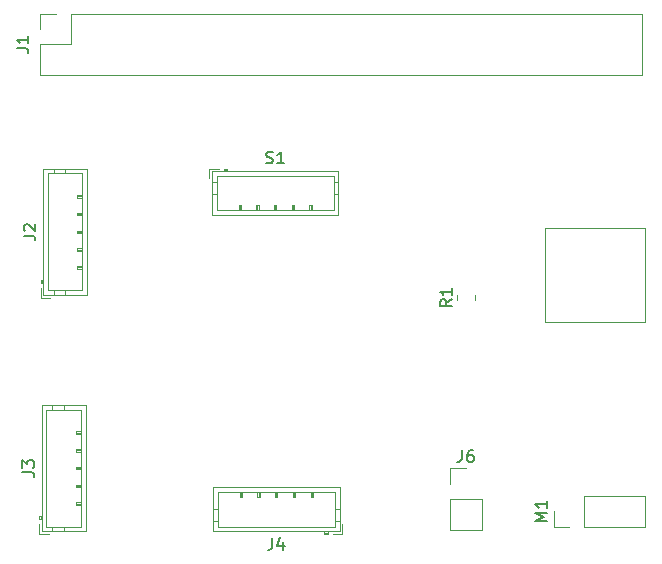
<source format=gbr>
%TF.GenerationSoftware,KiCad,Pcbnew,8.0.1*%
%TF.CreationDate,2024-09-05T17:17:53+09:00*%
%TF.ProjectId,Test2,54657374-322e-46b6-9963-61645f706362,rev?*%
%TF.SameCoordinates,Original*%
%TF.FileFunction,Legend,Top*%
%TF.FilePolarity,Positive*%
%FSLAX46Y46*%
G04 Gerber Fmt 4.6, Leading zero omitted, Abs format (unit mm)*
G04 Created by KiCad (PCBNEW 8.0.1) date 2024-09-05 17:17:53*
%MOMM*%
%LPD*%
G01*
G04 APERTURE LIST*
%ADD10C,0.150000*%
%ADD11C,0.120000*%
%ADD12C,0.100000*%
G04 APERTURE END LIST*
D10*
X131466666Y-122724819D02*
X131466666Y-123439104D01*
X131466666Y-123439104D02*
X131419047Y-123581961D01*
X131419047Y-123581961D02*
X131323809Y-123677200D01*
X131323809Y-123677200D02*
X131180952Y-123724819D01*
X131180952Y-123724819D02*
X131085714Y-123724819D01*
X132371428Y-122724819D02*
X132180952Y-122724819D01*
X132180952Y-122724819D02*
X132085714Y-122772438D01*
X132085714Y-122772438D02*
X132038095Y-122820057D01*
X132038095Y-122820057D02*
X131942857Y-122962914D01*
X131942857Y-122962914D02*
X131895238Y-123153390D01*
X131895238Y-123153390D02*
X131895238Y-123534342D01*
X131895238Y-123534342D02*
X131942857Y-123629580D01*
X131942857Y-123629580D02*
X131990476Y-123677200D01*
X131990476Y-123677200D02*
X132085714Y-123724819D01*
X132085714Y-123724819D02*
X132276190Y-123724819D01*
X132276190Y-123724819D02*
X132371428Y-123677200D01*
X132371428Y-123677200D02*
X132419047Y-123629580D01*
X132419047Y-123629580D02*
X132466666Y-123534342D01*
X132466666Y-123534342D02*
X132466666Y-123296247D01*
X132466666Y-123296247D02*
X132419047Y-123201009D01*
X132419047Y-123201009D02*
X132371428Y-123153390D01*
X132371428Y-123153390D02*
X132276190Y-123105771D01*
X132276190Y-123105771D02*
X132085714Y-123105771D01*
X132085714Y-123105771D02*
X131990476Y-123153390D01*
X131990476Y-123153390D02*
X131942857Y-123201009D01*
X131942857Y-123201009D02*
X131895238Y-123296247D01*
X93764819Y-88703333D02*
X94479104Y-88703333D01*
X94479104Y-88703333D02*
X94621961Y-88750952D01*
X94621961Y-88750952D02*
X94717200Y-88846190D01*
X94717200Y-88846190D02*
X94764819Y-88989047D01*
X94764819Y-88989047D02*
X94764819Y-89084285D01*
X94764819Y-87703333D02*
X94764819Y-88274761D01*
X94764819Y-87989047D02*
X93764819Y-87989047D01*
X93764819Y-87989047D02*
X93907676Y-88084285D01*
X93907676Y-88084285D02*
X94002914Y-88179523D01*
X94002914Y-88179523D02*
X94050533Y-88274761D01*
X130604819Y-109966666D02*
X130128628Y-110299999D01*
X130604819Y-110538094D02*
X129604819Y-110538094D01*
X129604819Y-110538094D02*
X129604819Y-110157142D01*
X129604819Y-110157142D02*
X129652438Y-110061904D01*
X129652438Y-110061904D02*
X129700057Y-110014285D01*
X129700057Y-110014285D02*
X129795295Y-109966666D01*
X129795295Y-109966666D02*
X129938152Y-109966666D01*
X129938152Y-109966666D02*
X130033390Y-110014285D01*
X130033390Y-110014285D02*
X130081009Y-110061904D01*
X130081009Y-110061904D02*
X130128628Y-110157142D01*
X130128628Y-110157142D02*
X130128628Y-110538094D01*
X130604819Y-109014285D02*
X130604819Y-109585713D01*
X130604819Y-109299999D02*
X129604819Y-109299999D01*
X129604819Y-109299999D02*
X129747676Y-109395237D01*
X129747676Y-109395237D02*
X129842914Y-109490475D01*
X129842914Y-109490475D02*
X129890533Y-109585713D01*
X94354819Y-104583333D02*
X95069104Y-104583333D01*
X95069104Y-104583333D02*
X95211961Y-104630952D01*
X95211961Y-104630952D02*
X95307200Y-104726190D01*
X95307200Y-104726190D02*
X95354819Y-104869047D01*
X95354819Y-104869047D02*
X95354819Y-104964285D01*
X94450057Y-104154761D02*
X94402438Y-104107142D01*
X94402438Y-104107142D02*
X94354819Y-104011904D01*
X94354819Y-104011904D02*
X94354819Y-103773809D01*
X94354819Y-103773809D02*
X94402438Y-103678571D01*
X94402438Y-103678571D02*
X94450057Y-103630952D01*
X94450057Y-103630952D02*
X94545295Y-103583333D01*
X94545295Y-103583333D02*
X94640533Y-103583333D01*
X94640533Y-103583333D02*
X94783390Y-103630952D01*
X94783390Y-103630952D02*
X95354819Y-104202380D01*
X95354819Y-104202380D02*
X95354819Y-103583333D01*
X114888095Y-98407200D02*
X115030952Y-98454819D01*
X115030952Y-98454819D02*
X115269047Y-98454819D01*
X115269047Y-98454819D02*
X115364285Y-98407200D01*
X115364285Y-98407200D02*
X115411904Y-98359580D01*
X115411904Y-98359580D02*
X115459523Y-98264342D01*
X115459523Y-98264342D02*
X115459523Y-98169104D01*
X115459523Y-98169104D02*
X115411904Y-98073866D01*
X115411904Y-98073866D02*
X115364285Y-98026247D01*
X115364285Y-98026247D02*
X115269047Y-97978628D01*
X115269047Y-97978628D02*
X115078571Y-97931009D01*
X115078571Y-97931009D02*
X114983333Y-97883390D01*
X114983333Y-97883390D02*
X114935714Y-97835771D01*
X114935714Y-97835771D02*
X114888095Y-97740533D01*
X114888095Y-97740533D02*
X114888095Y-97645295D01*
X114888095Y-97645295D02*
X114935714Y-97550057D01*
X114935714Y-97550057D02*
X114983333Y-97502438D01*
X114983333Y-97502438D02*
X115078571Y-97454819D01*
X115078571Y-97454819D02*
X115316666Y-97454819D01*
X115316666Y-97454819D02*
X115459523Y-97502438D01*
X116411904Y-98454819D02*
X115840476Y-98454819D01*
X116126190Y-98454819D02*
X116126190Y-97454819D01*
X116126190Y-97454819D02*
X116030952Y-97597676D01*
X116030952Y-97597676D02*
X115935714Y-97692914D01*
X115935714Y-97692914D02*
X115840476Y-97740533D01*
X115416666Y-130154819D02*
X115416666Y-130869104D01*
X115416666Y-130869104D02*
X115369047Y-131011961D01*
X115369047Y-131011961D02*
X115273809Y-131107200D01*
X115273809Y-131107200D02*
X115130952Y-131154819D01*
X115130952Y-131154819D02*
X115035714Y-131154819D01*
X116321428Y-130488152D02*
X116321428Y-131154819D01*
X116083333Y-130107200D02*
X115845238Y-130821485D01*
X115845238Y-130821485D02*
X116464285Y-130821485D01*
X138684819Y-128709523D02*
X137684819Y-128709523D01*
X137684819Y-128709523D02*
X138399104Y-128376190D01*
X138399104Y-128376190D02*
X137684819Y-128042857D01*
X137684819Y-128042857D02*
X138684819Y-128042857D01*
X138684819Y-127042857D02*
X138684819Y-127614285D01*
X138684819Y-127328571D02*
X137684819Y-127328571D01*
X137684819Y-127328571D02*
X137827676Y-127423809D01*
X137827676Y-127423809D02*
X137922914Y-127519047D01*
X137922914Y-127519047D02*
X137970533Y-127614285D01*
X94254819Y-124583333D02*
X94969104Y-124583333D01*
X94969104Y-124583333D02*
X95111961Y-124630952D01*
X95111961Y-124630952D02*
X95207200Y-124726190D01*
X95207200Y-124726190D02*
X95254819Y-124869047D01*
X95254819Y-124869047D02*
X95254819Y-124964285D01*
X94254819Y-124202380D02*
X94254819Y-123583333D01*
X94254819Y-123583333D02*
X94635771Y-123916666D01*
X94635771Y-123916666D02*
X94635771Y-123773809D01*
X94635771Y-123773809D02*
X94683390Y-123678571D01*
X94683390Y-123678571D02*
X94731009Y-123630952D01*
X94731009Y-123630952D02*
X94826247Y-123583333D01*
X94826247Y-123583333D02*
X95064342Y-123583333D01*
X95064342Y-123583333D02*
X95159580Y-123630952D01*
X95159580Y-123630952D02*
X95207200Y-123678571D01*
X95207200Y-123678571D02*
X95254819Y-123773809D01*
X95254819Y-123773809D02*
X95254819Y-124059523D01*
X95254819Y-124059523D02*
X95207200Y-124154761D01*
X95207200Y-124154761D02*
X95159580Y-124202380D01*
D11*
%TO.C,J6*%
X130470000Y-124270000D02*
X131800000Y-124270000D01*
X130470000Y-125600000D02*
X130470000Y-124270000D01*
X130470000Y-126870000D02*
X130470000Y-129470000D01*
X130470000Y-126870000D02*
X133130000Y-126870000D01*
X130470000Y-129470000D02*
X133130000Y-129470000D01*
X133130000Y-126870000D02*
X133130000Y-129470000D01*
%TO.C,J1*%
X95750000Y-90970000D02*
X146670000Y-90970000D01*
X95750000Y-90970000D02*
X95750000Y-88370000D01*
X146670000Y-90970000D02*
X146670000Y-85770000D01*
X95750000Y-88370000D02*
X98350000Y-88370000D01*
X98350000Y-88370000D02*
X98350000Y-85770000D01*
X95750000Y-87100000D02*
X95750000Y-85770000D01*
X95750000Y-85770000D02*
X97080000Y-85770000D01*
X98350000Y-85770000D02*
X146670000Y-85770000D01*
%TO.C,R1*%
X131065000Y-110027064D02*
X131065000Y-109572936D01*
X132535000Y-110027064D02*
X132535000Y-109572936D01*
%TO.C,J2*%
X95790000Y-108300000D02*
X95790000Y-108600000D01*
X95790000Y-108600000D02*
X95990000Y-108600000D01*
X95790000Y-109010000D02*
X95790000Y-109810000D01*
X95790000Y-109810000D02*
X96590000Y-109810000D01*
X95890000Y-108300000D02*
X95890000Y-108600000D01*
X95990000Y-98890000D02*
X95990000Y-109610000D01*
X95990000Y-108300000D02*
X95790000Y-108300000D01*
X95990000Y-109610000D02*
X99710000Y-109610000D01*
X96390000Y-99290000D02*
X96390000Y-109210000D01*
X96390000Y-109210000D02*
X99310000Y-109210000D01*
X96900000Y-98890000D02*
X96900000Y-99290000D01*
X96900000Y-109610000D02*
X96900000Y-109210000D01*
X97900000Y-98890000D02*
X97900000Y-99290000D01*
X97900000Y-109610000D02*
X97900000Y-109210000D01*
X98910000Y-101150000D02*
X99310000Y-101150000D01*
X98910000Y-101350000D02*
X98910000Y-101150000D01*
X98910000Y-102650000D02*
X99310000Y-102650000D01*
X98910000Y-102850000D02*
X98910000Y-102650000D01*
X98910000Y-104150000D02*
X99310000Y-104150000D01*
X98910000Y-104350000D02*
X98910000Y-104150000D01*
X98910000Y-105650000D02*
X99310000Y-105650000D01*
X98910000Y-105850000D02*
X98910000Y-105650000D01*
X98910000Y-107150000D02*
X99310000Y-107150000D01*
X98910000Y-107350000D02*
X98910000Y-107150000D01*
X99310000Y-99290000D02*
X96390000Y-99290000D01*
X99310000Y-101250000D02*
X98910000Y-101250000D01*
X99310000Y-101350000D02*
X98910000Y-101350000D01*
X99310000Y-102750000D02*
X98910000Y-102750000D01*
X99310000Y-102850000D02*
X98910000Y-102850000D01*
X99310000Y-104250000D02*
X98910000Y-104250000D01*
X99310000Y-104350000D02*
X98910000Y-104350000D01*
X99310000Y-105750000D02*
X98910000Y-105750000D01*
X99310000Y-105850000D02*
X98910000Y-105850000D01*
X99310000Y-107250000D02*
X98910000Y-107250000D01*
X99310000Y-107350000D02*
X98910000Y-107350000D01*
X99310000Y-109210000D02*
X99310000Y-99290000D01*
X99710000Y-98890000D02*
X95990000Y-98890000D01*
X99710000Y-109610000D02*
X99710000Y-98890000D01*
%TO.C,SW1*%
D12*
X138500000Y-111900000D02*
X147000000Y-111900000D01*
X147000000Y-103900000D01*
X138500000Y-103900000D01*
X138500000Y-111900000D01*
D11*
%TO.C,S1*%
X110090000Y-98890000D02*
X110090000Y-99690000D01*
X110290000Y-99090000D02*
X110290000Y-102810000D01*
X110290000Y-100000000D02*
X110690000Y-100000000D01*
X110290000Y-101000000D02*
X110690000Y-101000000D01*
X110290000Y-102810000D02*
X121010000Y-102810000D01*
X110690000Y-99490000D02*
X110690000Y-102410000D01*
X110690000Y-102410000D02*
X120610000Y-102410000D01*
X110890000Y-98890000D02*
X110090000Y-98890000D01*
X111300000Y-98890000D02*
X111300000Y-99090000D01*
X111600000Y-98890000D02*
X111300000Y-98890000D01*
X111600000Y-98990000D02*
X111300000Y-98990000D01*
X111600000Y-99090000D02*
X111600000Y-98890000D01*
X112550000Y-102010000D02*
X112750000Y-102010000D01*
X112550000Y-102410000D02*
X112550000Y-102010000D01*
X112650000Y-102410000D02*
X112650000Y-102010000D01*
X112750000Y-102010000D02*
X112750000Y-102410000D01*
X114050000Y-102010000D02*
X114250000Y-102010000D01*
X114050000Y-102410000D02*
X114050000Y-102010000D01*
X114150000Y-102410000D02*
X114150000Y-102010000D01*
X114250000Y-102010000D02*
X114250000Y-102410000D01*
X115550000Y-102010000D02*
X115750000Y-102010000D01*
X115550000Y-102410000D02*
X115550000Y-102010000D01*
X115650000Y-102410000D02*
X115650000Y-102010000D01*
X115750000Y-102010000D02*
X115750000Y-102410000D01*
X117050000Y-102010000D02*
X117250000Y-102010000D01*
X117050000Y-102410000D02*
X117050000Y-102010000D01*
X117150000Y-102410000D02*
X117150000Y-102010000D01*
X117250000Y-102010000D02*
X117250000Y-102410000D01*
X118550000Y-102010000D02*
X118750000Y-102010000D01*
X118550000Y-102410000D02*
X118550000Y-102010000D01*
X118650000Y-102410000D02*
X118650000Y-102010000D01*
X118750000Y-102010000D02*
X118750000Y-102410000D01*
X120610000Y-99490000D02*
X110690000Y-99490000D01*
X120610000Y-102410000D02*
X120610000Y-99490000D01*
X121010000Y-99090000D02*
X110290000Y-99090000D01*
X121010000Y-100000000D02*
X120610000Y-100000000D01*
X121010000Y-101000000D02*
X120610000Y-101000000D01*
X121010000Y-102810000D02*
X121010000Y-99090000D01*
%TO.C,J4*%
X110390000Y-125890000D02*
X110390000Y-129610000D01*
X110390000Y-127700000D02*
X110790000Y-127700000D01*
X110390000Y-128700000D02*
X110790000Y-128700000D01*
X110390000Y-129610000D02*
X121110000Y-129610000D01*
X110790000Y-126290000D02*
X110790000Y-129210000D01*
X110790000Y-129210000D02*
X120710000Y-129210000D01*
X112650000Y-126690000D02*
X112650000Y-126290000D01*
X112750000Y-126290000D02*
X112750000Y-126690000D01*
X112850000Y-126290000D02*
X112850000Y-126690000D01*
X112850000Y-126690000D02*
X112650000Y-126690000D01*
X114150000Y-126690000D02*
X114150000Y-126290000D01*
X114250000Y-126290000D02*
X114250000Y-126690000D01*
X114350000Y-126290000D02*
X114350000Y-126690000D01*
X114350000Y-126690000D02*
X114150000Y-126690000D01*
X115650000Y-126690000D02*
X115650000Y-126290000D01*
X115750000Y-126290000D02*
X115750000Y-126690000D01*
X115850000Y-126290000D02*
X115850000Y-126690000D01*
X115850000Y-126690000D02*
X115650000Y-126690000D01*
X117150000Y-126690000D02*
X117150000Y-126290000D01*
X117250000Y-126290000D02*
X117250000Y-126690000D01*
X117350000Y-126290000D02*
X117350000Y-126690000D01*
X117350000Y-126690000D02*
X117150000Y-126690000D01*
X118650000Y-126690000D02*
X118650000Y-126290000D01*
X118750000Y-126290000D02*
X118750000Y-126690000D01*
X118850000Y-126290000D02*
X118850000Y-126690000D01*
X118850000Y-126690000D02*
X118650000Y-126690000D01*
X119800000Y-129610000D02*
X119800000Y-129810000D01*
X119800000Y-129710000D02*
X120100000Y-129710000D01*
X119800000Y-129810000D02*
X120100000Y-129810000D01*
X120100000Y-129810000D02*
X120100000Y-129610000D01*
X120510000Y-129810000D02*
X121310000Y-129810000D01*
X120710000Y-126290000D02*
X110790000Y-126290000D01*
X120710000Y-129210000D02*
X120710000Y-126290000D01*
X121110000Y-125890000D02*
X110390000Y-125890000D01*
X121110000Y-127700000D02*
X120710000Y-127700000D01*
X121110000Y-128700000D02*
X120710000Y-128700000D01*
X121110000Y-129610000D02*
X121110000Y-125890000D01*
X121310000Y-129810000D02*
X121310000Y-129010000D01*
%TO.C,M1*%
X139230000Y-129230000D02*
X139230000Y-127900000D01*
X140560000Y-129230000D02*
X139230000Y-129230000D01*
X141830000Y-126570000D02*
X146970000Y-126570000D01*
X141830000Y-129230000D02*
X141830000Y-126570000D01*
X141830000Y-129230000D02*
X146970000Y-129230000D01*
X146970000Y-129230000D02*
X146970000Y-126570000D01*
%TO.C,J3*%
X95690000Y-128300000D02*
X95690000Y-128600000D01*
X95690000Y-128600000D02*
X95890000Y-128600000D01*
X95690000Y-129010000D02*
X95690000Y-129810000D01*
X95690000Y-129810000D02*
X96490000Y-129810000D01*
X95790000Y-128300000D02*
X95790000Y-128600000D01*
X95890000Y-118890000D02*
X95890000Y-129610000D01*
X95890000Y-128300000D02*
X95690000Y-128300000D01*
X95890000Y-129610000D02*
X99610000Y-129610000D01*
X96290000Y-119290000D02*
X96290000Y-129210000D01*
X96290000Y-129210000D02*
X99210000Y-129210000D01*
X96800000Y-118890000D02*
X96800000Y-119290000D01*
X96800000Y-129610000D02*
X96800000Y-129210000D01*
X97800000Y-118890000D02*
X97800000Y-119290000D01*
X97800000Y-129610000D02*
X97800000Y-129210000D01*
X98810000Y-121150000D02*
X99210000Y-121150000D01*
X98810000Y-121350000D02*
X98810000Y-121150000D01*
X98810000Y-122650000D02*
X99210000Y-122650000D01*
X98810000Y-122850000D02*
X98810000Y-122650000D01*
X98810000Y-124150000D02*
X99210000Y-124150000D01*
X98810000Y-124350000D02*
X98810000Y-124150000D01*
X98810000Y-125650000D02*
X99210000Y-125650000D01*
X98810000Y-125850000D02*
X98810000Y-125650000D01*
X98810000Y-127150000D02*
X99210000Y-127150000D01*
X98810000Y-127350000D02*
X98810000Y-127150000D01*
X99210000Y-119290000D02*
X96290000Y-119290000D01*
X99210000Y-121250000D02*
X98810000Y-121250000D01*
X99210000Y-121350000D02*
X98810000Y-121350000D01*
X99210000Y-122750000D02*
X98810000Y-122750000D01*
X99210000Y-122850000D02*
X98810000Y-122850000D01*
X99210000Y-124250000D02*
X98810000Y-124250000D01*
X99210000Y-124350000D02*
X98810000Y-124350000D01*
X99210000Y-125750000D02*
X98810000Y-125750000D01*
X99210000Y-125850000D02*
X98810000Y-125850000D01*
X99210000Y-127250000D02*
X98810000Y-127250000D01*
X99210000Y-127350000D02*
X98810000Y-127350000D01*
X99210000Y-129210000D02*
X99210000Y-119290000D01*
X99610000Y-118890000D02*
X95890000Y-118890000D01*
X99610000Y-129610000D02*
X99610000Y-118890000D01*
%TD*%
M02*

</source>
